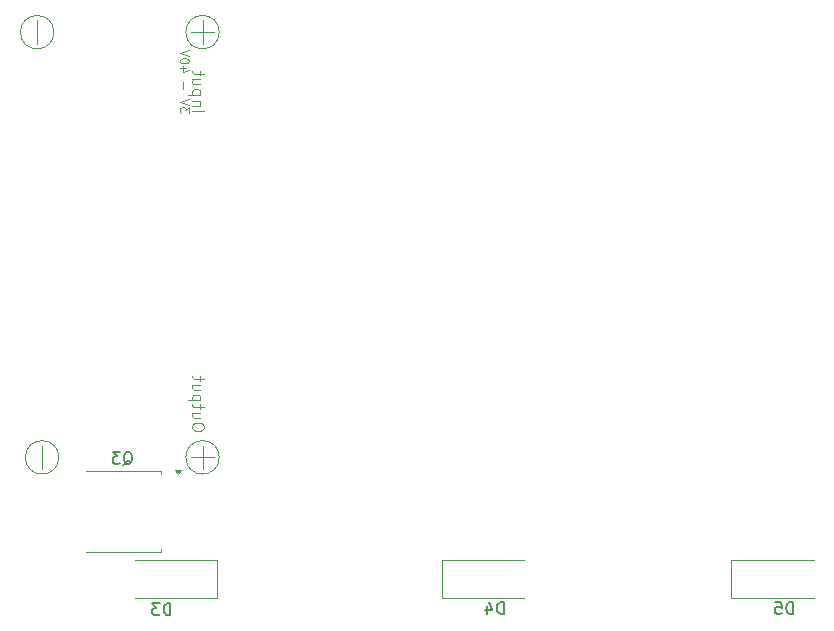
<source format=gbr>
%TF.GenerationSoftware,KiCad,Pcbnew,7.0.11-7.0.11~ubuntu22.04.1*%
%TF.CreationDate,2024-06-03T23:15:10-04:00*%
%TF.ProjectId,GarageDoor,47617261-6765-4446-9f6f-722e6b696361,rev?*%
%TF.SameCoordinates,Original*%
%TF.FileFunction,Legend,Bot*%
%TF.FilePolarity,Positive*%
%FSLAX46Y46*%
G04 Gerber Fmt 4.6, Leading zero omitted, Abs format (unit mm)*
G04 Created by KiCad (PCBNEW 7.0.11-7.0.11~ubuntu22.04.1) date 2024-06-03 23:15:10*
%MOMM*%
%LPD*%
G01*
G04 APERTURE LIST*
%ADD10C,0.100000*%
%ADD11C,0.150000*%
%ADD12C,0.120000*%
G04 APERTURE END LIST*
D10*
X45096985Y-44527068D02*
X45096985Y-44062782D01*
X45096985Y-44062782D02*
X44811271Y-44312782D01*
X44811271Y-44312782D02*
X44811271Y-44205639D01*
X44811271Y-44205639D02*
X44775557Y-44134211D01*
X44775557Y-44134211D02*
X44739842Y-44098496D01*
X44739842Y-44098496D02*
X44668414Y-44062782D01*
X44668414Y-44062782D02*
X44489842Y-44062782D01*
X44489842Y-44062782D02*
X44418414Y-44098496D01*
X44418414Y-44098496D02*
X44382700Y-44134211D01*
X44382700Y-44134211D02*
X44346985Y-44205639D01*
X44346985Y-44205639D02*
X44346985Y-44419925D01*
X44346985Y-44419925D02*
X44382700Y-44491353D01*
X44382700Y-44491353D02*
X44418414Y-44527068D01*
X45096985Y-43848496D02*
X44346985Y-43598496D01*
X44346985Y-43598496D02*
X45096985Y-43348496D01*
X44632700Y-42527067D02*
X44632700Y-41955639D01*
X44846985Y-40705639D02*
X44346985Y-40705639D01*
X45132700Y-40884210D02*
X44596985Y-41062781D01*
X44596985Y-41062781D02*
X44596985Y-40598496D01*
X45096985Y-40169924D02*
X45096985Y-40098495D01*
X45096985Y-40098495D02*
X45061271Y-40027067D01*
X45061271Y-40027067D02*
X45025557Y-39991353D01*
X45025557Y-39991353D02*
X44954128Y-39955638D01*
X44954128Y-39955638D02*
X44811271Y-39919924D01*
X44811271Y-39919924D02*
X44632700Y-39919924D01*
X44632700Y-39919924D02*
X44489842Y-39955638D01*
X44489842Y-39955638D02*
X44418414Y-39991353D01*
X44418414Y-39991353D02*
X44382700Y-40027067D01*
X44382700Y-40027067D02*
X44346985Y-40098495D01*
X44346985Y-40098495D02*
X44346985Y-40169924D01*
X44346985Y-40169924D02*
X44382700Y-40241353D01*
X44382700Y-40241353D02*
X44418414Y-40277067D01*
X44418414Y-40277067D02*
X44489842Y-40312781D01*
X44489842Y-40312781D02*
X44632700Y-40348495D01*
X44632700Y-40348495D02*
X44811271Y-40348495D01*
X44811271Y-40348495D02*
X44954128Y-40312781D01*
X44954128Y-40312781D02*
X45025557Y-40277067D01*
X45025557Y-40277067D02*
X45061271Y-40241353D01*
X45061271Y-40241353D02*
X45096985Y-40169924D01*
X45096985Y-39705638D02*
X44346985Y-39455638D01*
X44346985Y-39455638D02*
X45096985Y-39205638D01*
X45377580Y-44396115D02*
X46377580Y-44396115D01*
X46044247Y-43919925D02*
X45377580Y-43919925D01*
X45949009Y-43919925D02*
X45996628Y-43872306D01*
X45996628Y-43872306D02*
X46044247Y-43777068D01*
X46044247Y-43777068D02*
X46044247Y-43634211D01*
X46044247Y-43634211D02*
X45996628Y-43538973D01*
X45996628Y-43538973D02*
X45901390Y-43491354D01*
X45901390Y-43491354D02*
X45377580Y-43491354D01*
X46044247Y-43015163D02*
X45044247Y-43015163D01*
X45996628Y-43015163D02*
X46044247Y-42919925D01*
X46044247Y-42919925D02*
X46044247Y-42729449D01*
X46044247Y-42729449D02*
X45996628Y-42634211D01*
X45996628Y-42634211D02*
X45949009Y-42586592D01*
X45949009Y-42586592D02*
X45853771Y-42538973D01*
X45853771Y-42538973D02*
X45568057Y-42538973D01*
X45568057Y-42538973D02*
X45472819Y-42586592D01*
X45472819Y-42586592D02*
X45425200Y-42634211D01*
X45425200Y-42634211D02*
X45377580Y-42729449D01*
X45377580Y-42729449D02*
X45377580Y-42919925D01*
X45377580Y-42919925D02*
X45425200Y-43015163D01*
X46044247Y-41681830D02*
X45377580Y-41681830D01*
X46044247Y-42110401D02*
X45520438Y-42110401D01*
X45520438Y-42110401D02*
X45425200Y-42062782D01*
X45425200Y-42062782D02*
X45377580Y-41967544D01*
X45377580Y-41967544D02*
X45377580Y-41824687D01*
X45377580Y-41824687D02*
X45425200Y-41729449D01*
X45425200Y-41729449D02*
X45472819Y-41681830D01*
X46044247Y-41348496D02*
X46044247Y-40967544D01*
X46377580Y-41205639D02*
X45520438Y-41205639D01*
X45520438Y-41205639D02*
X45425200Y-41158020D01*
X45425200Y-41158020D02*
X45377580Y-41062782D01*
X45377580Y-41062782D02*
X45377580Y-40967544D01*
X46377580Y-71205639D02*
X46377580Y-71015163D01*
X46377580Y-71015163D02*
X46329961Y-70919925D01*
X46329961Y-70919925D02*
X46234723Y-70824687D01*
X46234723Y-70824687D02*
X46044247Y-70777068D01*
X46044247Y-70777068D02*
X45710914Y-70777068D01*
X45710914Y-70777068D02*
X45520438Y-70824687D01*
X45520438Y-70824687D02*
X45425200Y-70919925D01*
X45425200Y-70919925D02*
X45377580Y-71015163D01*
X45377580Y-71015163D02*
X45377580Y-71205639D01*
X45377580Y-71205639D02*
X45425200Y-71300877D01*
X45425200Y-71300877D02*
X45520438Y-71396115D01*
X45520438Y-71396115D02*
X45710914Y-71443734D01*
X45710914Y-71443734D02*
X46044247Y-71443734D01*
X46044247Y-71443734D02*
X46234723Y-71396115D01*
X46234723Y-71396115D02*
X46329961Y-71300877D01*
X46329961Y-71300877D02*
X46377580Y-71205639D01*
X46044247Y-69919925D02*
X45377580Y-69919925D01*
X46044247Y-70348496D02*
X45520438Y-70348496D01*
X45520438Y-70348496D02*
X45425200Y-70300877D01*
X45425200Y-70300877D02*
X45377580Y-70205639D01*
X45377580Y-70205639D02*
X45377580Y-70062782D01*
X45377580Y-70062782D02*
X45425200Y-69967544D01*
X45425200Y-69967544D02*
X45472819Y-69919925D01*
X46044247Y-69586591D02*
X46044247Y-69205639D01*
X46377580Y-69443734D02*
X45520438Y-69443734D01*
X45520438Y-69443734D02*
X45425200Y-69396115D01*
X45425200Y-69396115D02*
X45377580Y-69300877D01*
X45377580Y-69300877D02*
X45377580Y-69205639D01*
X46044247Y-68872305D02*
X45044247Y-68872305D01*
X45996628Y-68872305D02*
X46044247Y-68777067D01*
X46044247Y-68777067D02*
X46044247Y-68586591D01*
X46044247Y-68586591D02*
X45996628Y-68491353D01*
X45996628Y-68491353D02*
X45949009Y-68443734D01*
X45949009Y-68443734D02*
X45853771Y-68396115D01*
X45853771Y-68396115D02*
X45568057Y-68396115D01*
X45568057Y-68396115D02*
X45472819Y-68443734D01*
X45472819Y-68443734D02*
X45425200Y-68491353D01*
X45425200Y-68491353D02*
X45377580Y-68586591D01*
X45377580Y-68586591D02*
X45377580Y-68777067D01*
X45377580Y-68777067D02*
X45425200Y-68872305D01*
X46044247Y-67538972D02*
X45377580Y-67538972D01*
X46044247Y-67967543D02*
X45520438Y-67967543D01*
X45520438Y-67967543D02*
X45425200Y-67919924D01*
X45425200Y-67919924D02*
X45377580Y-67824686D01*
X45377580Y-67824686D02*
X45377580Y-67681829D01*
X45377580Y-67681829D02*
X45425200Y-67586591D01*
X45425200Y-67586591D02*
X45472819Y-67538972D01*
X46044247Y-67205638D02*
X46044247Y-66824686D01*
X46377580Y-67062781D02*
X45520438Y-67062781D01*
X45520438Y-67062781D02*
X45425200Y-67015162D01*
X45425200Y-67015162D02*
X45377580Y-66919924D01*
X45377580Y-66919924D02*
X45377580Y-66824686D01*
D11*
X96238094Y-86954819D02*
X96238094Y-85954819D01*
X96238094Y-85954819D02*
X95999999Y-85954819D01*
X95999999Y-85954819D02*
X95857142Y-86002438D01*
X95857142Y-86002438D02*
X95761904Y-86097676D01*
X95761904Y-86097676D02*
X95714285Y-86192914D01*
X95714285Y-86192914D02*
X95666666Y-86383390D01*
X95666666Y-86383390D02*
X95666666Y-86526247D01*
X95666666Y-86526247D02*
X95714285Y-86716723D01*
X95714285Y-86716723D02*
X95761904Y-86811961D01*
X95761904Y-86811961D02*
X95857142Y-86907200D01*
X95857142Y-86907200D02*
X95999999Y-86954819D01*
X95999999Y-86954819D02*
X96238094Y-86954819D01*
X94761904Y-85954819D02*
X95238094Y-85954819D01*
X95238094Y-85954819D02*
X95285713Y-86431009D01*
X95285713Y-86431009D02*
X95238094Y-86383390D01*
X95238094Y-86383390D02*
X95142856Y-86335771D01*
X95142856Y-86335771D02*
X94904761Y-86335771D01*
X94904761Y-86335771D02*
X94809523Y-86383390D01*
X94809523Y-86383390D02*
X94761904Y-86431009D01*
X94761904Y-86431009D02*
X94714285Y-86526247D01*
X94714285Y-86526247D02*
X94714285Y-86764342D01*
X94714285Y-86764342D02*
X94761904Y-86859580D01*
X94761904Y-86859580D02*
X94809523Y-86907200D01*
X94809523Y-86907200D02*
X94904761Y-86954819D01*
X94904761Y-86954819D02*
X95142856Y-86954819D01*
X95142856Y-86954819D02*
X95238094Y-86907200D01*
X95238094Y-86907200D02*
X95285713Y-86859580D01*
X71738094Y-86954819D02*
X71738094Y-85954819D01*
X71738094Y-85954819D02*
X71499999Y-85954819D01*
X71499999Y-85954819D02*
X71357142Y-86002438D01*
X71357142Y-86002438D02*
X71261904Y-86097676D01*
X71261904Y-86097676D02*
X71214285Y-86192914D01*
X71214285Y-86192914D02*
X71166666Y-86383390D01*
X71166666Y-86383390D02*
X71166666Y-86526247D01*
X71166666Y-86526247D02*
X71214285Y-86716723D01*
X71214285Y-86716723D02*
X71261904Y-86811961D01*
X71261904Y-86811961D02*
X71357142Y-86907200D01*
X71357142Y-86907200D02*
X71499999Y-86954819D01*
X71499999Y-86954819D02*
X71738094Y-86954819D01*
X70309523Y-86288152D02*
X70309523Y-86954819D01*
X70547618Y-85907200D02*
X70785713Y-86621485D01*
X70785713Y-86621485D02*
X70166666Y-86621485D01*
X39555238Y-74330057D02*
X39650476Y-74282438D01*
X39650476Y-74282438D02*
X39745714Y-74187200D01*
X39745714Y-74187200D02*
X39888571Y-74044342D01*
X39888571Y-74044342D02*
X39983809Y-73996723D01*
X39983809Y-73996723D02*
X40079047Y-73996723D01*
X40031428Y-74234819D02*
X40126666Y-74187200D01*
X40126666Y-74187200D02*
X40221904Y-74091961D01*
X40221904Y-74091961D02*
X40269523Y-73901485D01*
X40269523Y-73901485D02*
X40269523Y-73568152D01*
X40269523Y-73568152D02*
X40221904Y-73377676D01*
X40221904Y-73377676D02*
X40126666Y-73282438D01*
X40126666Y-73282438D02*
X40031428Y-73234819D01*
X40031428Y-73234819D02*
X39840952Y-73234819D01*
X39840952Y-73234819D02*
X39745714Y-73282438D01*
X39745714Y-73282438D02*
X39650476Y-73377676D01*
X39650476Y-73377676D02*
X39602857Y-73568152D01*
X39602857Y-73568152D02*
X39602857Y-73901485D01*
X39602857Y-73901485D02*
X39650476Y-74091961D01*
X39650476Y-74091961D02*
X39745714Y-74187200D01*
X39745714Y-74187200D02*
X39840952Y-74234819D01*
X39840952Y-74234819D02*
X40031428Y-74234819D01*
X39269523Y-73234819D02*
X38650476Y-73234819D01*
X38650476Y-73234819D02*
X38983809Y-73615771D01*
X38983809Y-73615771D02*
X38840952Y-73615771D01*
X38840952Y-73615771D02*
X38745714Y-73663390D01*
X38745714Y-73663390D02*
X38698095Y-73711009D01*
X38698095Y-73711009D02*
X38650476Y-73806247D01*
X38650476Y-73806247D02*
X38650476Y-74044342D01*
X38650476Y-74044342D02*
X38698095Y-74139580D01*
X38698095Y-74139580D02*
X38745714Y-74187200D01*
X38745714Y-74187200D02*
X38840952Y-74234819D01*
X38840952Y-74234819D02*
X39126666Y-74234819D01*
X39126666Y-74234819D02*
X39221904Y-74187200D01*
X39221904Y-74187200D02*
X39269523Y-74139580D01*
X43538094Y-87054819D02*
X43538094Y-86054819D01*
X43538094Y-86054819D02*
X43299999Y-86054819D01*
X43299999Y-86054819D02*
X43157142Y-86102438D01*
X43157142Y-86102438D02*
X43061904Y-86197676D01*
X43061904Y-86197676D02*
X43014285Y-86292914D01*
X43014285Y-86292914D02*
X42966666Y-86483390D01*
X42966666Y-86483390D02*
X42966666Y-86626247D01*
X42966666Y-86626247D02*
X43014285Y-86816723D01*
X43014285Y-86816723D02*
X43061904Y-86911961D01*
X43061904Y-86911961D02*
X43157142Y-87007200D01*
X43157142Y-87007200D02*
X43299999Y-87054819D01*
X43299999Y-87054819D02*
X43538094Y-87054819D01*
X42633332Y-86054819D02*
X42014285Y-86054819D01*
X42014285Y-86054819D02*
X42347618Y-86435771D01*
X42347618Y-86435771D02*
X42204761Y-86435771D01*
X42204761Y-86435771D02*
X42109523Y-86483390D01*
X42109523Y-86483390D02*
X42061904Y-86531009D01*
X42061904Y-86531009D02*
X42014285Y-86626247D01*
X42014285Y-86626247D02*
X42014285Y-86864342D01*
X42014285Y-86864342D02*
X42061904Y-86959580D01*
X42061904Y-86959580D02*
X42109523Y-87007200D01*
X42109523Y-87007200D02*
X42204761Y-87054819D01*
X42204761Y-87054819D02*
X42490475Y-87054819D01*
X42490475Y-87054819D02*
X42585713Y-87007200D01*
X42585713Y-87007200D02*
X42633332Y-86959580D01*
D10*
%TO.C,U1*%
X46250000Y-36700000D02*
X46250000Y-38700000D01*
X32250000Y-36700000D02*
X32250000Y-38700000D01*
X47250000Y-37700000D02*
X45250000Y-37700000D01*
X46250000Y-72700000D02*
X46250000Y-74700000D01*
X32664213Y-72700000D02*
X32664213Y-74700000D01*
X47250000Y-73700000D02*
X45250000Y-73700000D01*
X47664214Y-37700000D02*
G75*
G03*
X44835786Y-37700000I-1414214J0D01*
G01*
X44835786Y-37700000D02*
G75*
G03*
X47664214Y-37700000I1414214J0D01*
G01*
X33664214Y-37700000D02*
G75*
G03*
X30835786Y-37700000I-1414214J0D01*
G01*
X30835786Y-37700000D02*
G75*
G03*
X33664214Y-37700000I1414214J0D01*
G01*
X47664214Y-73700000D02*
G75*
G03*
X44835786Y-73700000I-1414214J0D01*
G01*
X44835786Y-73700000D02*
G75*
G03*
X47664214Y-73700000I1414214J0D01*
G01*
X34078427Y-73700000D02*
G75*
G03*
X31249999Y-73700000I-1414214J0D01*
G01*
X31249999Y-73700000D02*
G75*
G03*
X34078427Y-73700000I1414214J0D01*
G01*
D12*
%TO.C,D5*%
X90990000Y-82350000D02*
X98000000Y-82350000D01*
X90990000Y-85650000D02*
X90990000Y-82350000D01*
X90990000Y-85650000D02*
X98000000Y-85650000D01*
%TO.C,D4*%
X66490000Y-82350000D02*
X73500000Y-82350000D01*
X66490000Y-85650000D02*
X66490000Y-82350000D01*
X66490000Y-85650000D02*
X73500000Y-85650000D01*
%TO.C,Q3*%
X42770000Y-81730000D02*
X42770000Y-81460000D01*
X42770000Y-74830000D02*
X42770000Y-75100000D01*
X36350000Y-81730000D02*
X42770000Y-81730000D01*
X36350000Y-74830000D02*
X42770000Y-74830000D01*
X44190000Y-75140000D02*
X43950000Y-74810000D01*
X44430000Y-74810000D01*
X44190000Y-75140000D01*
G36*
X44190000Y-75140000D02*
G01*
X43950000Y-74810000D01*
X44430000Y-74810000D01*
X44190000Y-75140000D01*
G37*
%TO.C,D3*%
X47510000Y-85650000D02*
X40500000Y-85650000D01*
X47510000Y-82350000D02*
X47510000Y-85650000D01*
X47510000Y-82350000D02*
X40500000Y-82350000D01*
%TD*%
M02*

</source>
